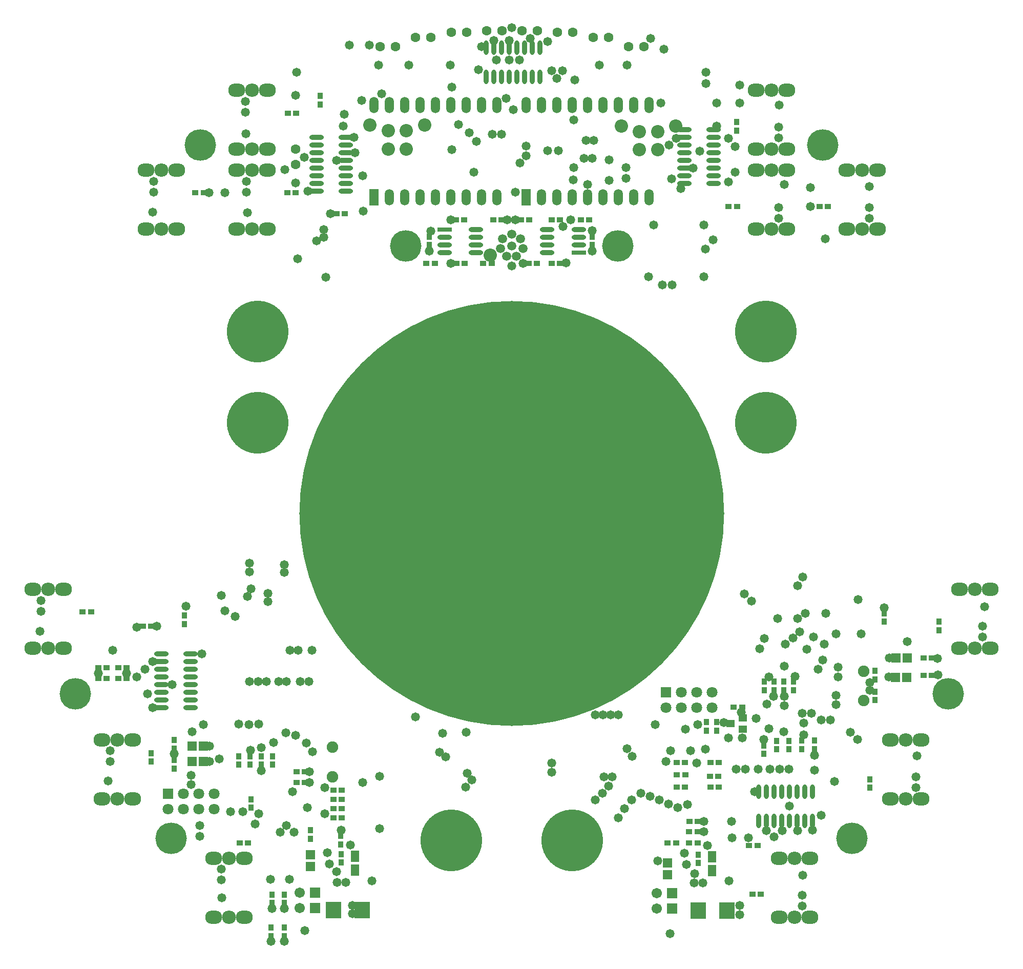
<source format=gts>
%FSAX25Y25*%
%MOIN*%
G70*
G01*
G75*
G04 Layer_Color=8388736*
%ADD10O,0.08661X0.02362*%
%ADD11R,0.03000X0.03543*%
%ADD12R,0.05118X0.05512*%
%ADD13R,0.05512X0.05118*%
%ADD14R,0.03543X0.03000*%
%ADD15R,0.05000X0.06693*%
%ADD16R,0.04921X0.03937*%
%ADD17R,0.08661X0.02362*%
%ADD18O,0.08661X0.02362*%
%ADD19O,0.02362X0.08661*%
%ADD20R,0.09449X0.09843*%
%ADD21C,0.01575*%
%ADD22C,0.01181*%
%ADD23C,0.00984*%
%ADD24C,0.01000*%
%ADD25C,0.03150*%
%ADD26C,0.03937*%
%ADD27C,0.02756*%
%ADD28C,0.02362*%
%ADD29C,0.00591*%
%ADD30C,0.05906*%
%ADD31R,0.05906X0.05906*%
%ADD32C,0.05118*%
%ADD33C,0.07874*%
%ADD34O,0.10236X0.07874*%
%ADD35O,0.08268X0.07874*%
%ADD36R,0.05118X0.09843*%
%ADD37O,0.05118X0.09843*%
%ADD38R,0.06299X0.06299*%
%ADD39C,0.06299*%
%ADD40C,2.75591*%
%ADD41C,0.39370*%
%ADD42C,0.19685*%
%ADD43C,0.05500*%
%ADD44C,0.06693*%
%ADD45C,0.05000*%
%ADD46C,0.01969*%
%ADD47R,0.09646X0.09843*%
%ADD48R,0.09843X0.09449*%
%ADD49R,0.02362X0.08661*%
%ADD50O,0.02362X0.08661*%
%ADD51R,0.20866X0.07087*%
%ADD52O,0.03937X0.01024*%
%ADD53O,0.01024X0.03937*%
%ADD54R,0.03937X0.01024*%
%ADD55R,0.03543X0.01575*%
%ADD56R,0.09449X0.12598*%
%ADD57R,0.06693X0.05000*%
%ADD58R,0.09843X0.14961*%
%ADD59R,0.01969X0.05512*%
%ADD60O,0.08661X0.01575*%
%ADD61R,0.08661X0.01575*%
%ADD62R,0.18110X0.09252*%
%ADD63O,0.01378X0.06299*%
%ADD64R,0.07087X0.07874*%
%ADD65R,0.03543X0.01575*%
%ADD66R,0.09843X0.09646*%
%ADD67R,0.03937X0.04921*%
%ADD68O,0.02165X0.07874*%
%ADD69R,0.15000X0.19685*%
%ADD70R,0.01575X0.03543*%
%ADD71R,0.06000X0.06299*%
%ADD72R,0.06299X0.06000*%
%ADD73C,0.00787*%
%ADD74C,0.00141*%
%ADD75C,0.01378*%
%ADD76C,0.01200*%
%ADD77O,0.09461X0.03162*%
%ADD78R,0.03800X0.04343*%
%ADD79R,0.05918X0.06312*%
%ADD80R,0.06312X0.05918*%
%ADD81R,0.04343X0.03800*%
%ADD82R,0.05800X0.07493*%
%ADD83R,0.05721X0.04737*%
%ADD84R,0.09461X0.03162*%
%ADD85O,0.09461X0.03162*%
%ADD86O,0.03162X0.09461*%
%ADD87R,0.10249X0.10642*%
%ADD88C,0.06706*%
%ADD89R,0.06706X0.06706*%
%ADD90C,0.05918*%
%ADD91C,0.08674*%
%ADD92O,0.11036X0.08674*%
%ADD93O,0.09068X0.08674*%
%ADD94R,0.05918X0.10642*%
%ADD95O,0.05918X0.10642*%
%ADD96R,0.07099X0.07099*%
%ADD97C,0.07099*%
%ADD98C,2.76391*%
%ADD99C,0.40170*%
%ADD100C,0.20485*%
%ADD101C,0.06300*%
%ADD102C,0.07493*%
%ADD103C,0.05800*%
D77*
X0659051Y0586000D02*
D03*
Y0581000D02*
D03*
Y0576000D02*
D03*
Y0571000D02*
D03*
Y0566000D02*
D03*
Y0561000D02*
D03*
Y0556000D02*
D03*
Y0551000D02*
D03*
X0677949Y0586000D02*
D03*
Y0581000D02*
D03*
Y0576000D02*
D03*
Y0571000D02*
D03*
Y0566000D02*
D03*
Y0561000D02*
D03*
Y0556000D02*
D03*
Y0551000D02*
D03*
X0999551Y0927000D02*
D03*
Y0922000D02*
D03*
Y0917000D02*
D03*
Y0912000D02*
D03*
Y0907000D02*
D03*
Y0902000D02*
D03*
Y0897000D02*
D03*
Y0892000D02*
D03*
X1018449Y0927000D02*
D03*
Y0922000D02*
D03*
Y0917000D02*
D03*
Y0912000D02*
D03*
Y0907000D02*
D03*
Y0902000D02*
D03*
Y0897000D02*
D03*
Y0892000D02*
D03*
X0778949Y0887000D02*
D03*
Y0892000D02*
D03*
Y0897000D02*
D03*
Y0902000D02*
D03*
Y0907000D02*
D03*
Y0912000D02*
D03*
Y0917000D02*
D03*
Y0922000D02*
D03*
X0760051Y0887000D02*
D03*
Y0892000D02*
D03*
Y0897000D02*
D03*
Y0902000D02*
D03*
Y0907000D02*
D03*
Y0912000D02*
D03*
Y0917000D02*
D03*
Y0922000D02*
D03*
D78*
X0667500Y0517000D02*
D03*
Y0511500D02*
D03*
Y0524500D02*
D03*
Y0530000D02*
D03*
X0775724Y0462155D02*
D03*
Y0467655D02*
D03*
X0775945Y0455764D02*
D03*
Y0450264D02*
D03*
X1008280Y0455535D02*
D03*
Y0450035D02*
D03*
X1123500Y0569512D02*
D03*
Y0575012D02*
D03*
Y0561500D02*
D03*
Y0556000D02*
D03*
X0939500Y0857500D02*
D03*
Y0852000D02*
D03*
X0674000Y0611000D02*
D03*
Y0605500D02*
D03*
X0833500Y0852000D02*
D03*
Y0857500D02*
D03*
X0652500Y0516000D02*
D03*
Y0521500D02*
D03*
X1120000Y0504500D02*
D03*
Y0499000D02*
D03*
X1165000Y0607000D02*
D03*
Y0601500D02*
D03*
X1033500Y0932000D02*
D03*
Y0926500D02*
D03*
X0755945Y0471276D02*
D03*
Y0465776D02*
D03*
X1084161Y0524130D02*
D03*
Y0529630D02*
D03*
X1075661Y0524130D02*
D03*
Y0529630D02*
D03*
X1020261Y0541650D02*
D03*
Y0536150D02*
D03*
X1067500Y0529500D02*
D03*
Y0524000D02*
D03*
X1059500D02*
D03*
Y0529500D02*
D03*
X0730500Y0402500D02*
D03*
Y0408000D02*
D03*
X0739000Y0402500D02*
D03*
Y0408000D02*
D03*
Y0429500D02*
D03*
Y0424000D02*
D03*
X0731000D02*
D03*
Y0429500D02*
D03*
X0762500Y0949000D02*
D03*
Y0943500D02*
D03*
X1129500Y0607000D02*
D03*
Y0612500D02*
D03*
X1013761Y0541650D02*
D03*
Y0536150D02*
D03*
X1070500Y0568000D02*
D03*
Y0562500D02*
D03*
X1064167Y0568000D02*
D03*
Y0562500D02*
D03*
X1057833Y0568000D02*
D03*
Y0562500D02*
D03*
X1051500Y0568000D02*
D03*
Y0562500D02*
D03*
X0731500Y0519500D02*
D03*
Y0514000D02*
D03*
X0724167Y0519500D02*
D03*
Y0514000D02*
D03*
X0716833Y0519500D02*
D03*
Y0514000D02*
D03*
X0709500Y0519500D02*
D03*
Y0514000D02*
D03*
X0717500Y0491500D02*
D03*
Y0486000D02*
D03*
X1051000Y0521000D02*
D03*
Y0526500D02*
D03*
D79*
X0686480Y0516000D02*
D03*
X0679000D02*
D03*
X0686480Y0526000D02*
D03*
X0679000D02*
D03*
X1137020Y0583382D02*
D03*
X1144500D02*
D03*
X1136770Y0570632D02*
D03*
X1144250D02*
D03*
D80*
X0755945Y0447795D02*
D03*
Y0455276D02*
D03*
X0988280Y0442567D02*
D03*
Y0450047D02*
D03*
D81*
X0747000Y0502500D02*
D03*
X0752500D02*
D03*
X0747000Y0509500D02*
D03*
X0752500D02*
D03*
X0771000Y0479500D02*
D03*
X0776500D02*
D03*
X0771000Y0485500D02*
D03*
X0776500D02*
D03*
X0771000Y0491500D02*
D03*
X0776500D02*
D03*
X0771000Y0497500D02*
D03*
X0776500D02*
D03*
X1008000Y0463000D02*
D03*
X1002500D02*
D03*
Y0470500D02*
D03*
X1008000D02*
D03*
X1002604Y0477177D02*
D03*
X1008104D02*
D03*
X1021780Y0515279D02*
D03*
X1016280D02*
D03*
X0994500Y0507500D02*
D03*
X1000000D02*
D03*
X1021780Y0499279D02*
D03*
X1016280D02*
D03*
X0999799Y0499433D02*
D03*
X0994299D02*
D03*
X0999799Y0515433D02*
D03*
X0994299D02*
D03*
X0932000Y0868500D02*
D03*
X0937500D02*
D03*
X0913000D02*
D03*
X0918500D02*
D03*
X0898500D02*
D03*
X0893000D02*
D03*
X0880500D02*
D03*
X0875000D02*
D03*
X0837000Y0840000D02*
D03*
X0831500D02*
D03*
X0856250Y0868500D02*
D03*
X0850750D02*
D03*
X0898012Y0840000D02*
D03*
X0903512D02*
D03*
X1047000Y0461500D02*
D03*
X1041500D02*
D03*
X0636500Y0577000D02*
D03*
X0631000D02*
D03*
X0618000D02*
D03*
X0623500D02*
D03*
X0631000Y0570000D02*
D03*
X0636500D02*
D03*
X0623500D02*
D03*
X0618000D02*
D03*
X0773000Y0872500D02*
D03*
X0778500D02*
D03*
X0746500Y0886000D02*
D03*
X0741000D02*
D03*
X0856500Y0840000D02*
D03*
X0851000D02*
D03*
X0913000D02*
D03*
X0918500D02*
D03*
X0607782Y0613341D02*
D03*
X0613281D02*
D03*
X0715500Y0463000D02*
D03*
X0710000D02*
D03*
X1049140Y0429661D02*
D03*
X1043640D02*
D03*
X1092910Y0876974D02*
D03*
X1087409D02*
D03*
X1033721Y0876972D02*
D03*
X1028221D02*
D03*
X0741282Y0937839D02*
D03*
X0746781D02*
D03*
X0681090Y0886026D02*
D03*
X0686590D02*
D03*
X0994000Y0463000D02*
D03*
X0988500D02*
D03*
X1021500Y0506500D02*
D03*
X1016000D02*
D03*
X1160500Y0572000D02*
D03*
X1155000D02*
D03*
X1160500Y0583500D02*
D03*
X1155000D02*
D03*
X0647000Y0604000D02*
D03*
X0652500D02*
D03*
X1037000Y0551500D02*
D03*
X1031500D02*
D03*
X0868500Y0840000D02*
D03*
X0874000D02*
D03*
D82*
X1017280Y0454047D02*
D03*
Y0445047D02*
D03*
X0784945Y0454276D02*
D03*
Y0445276D02*
D03*
D83*
X1037500Y0537000D02*
D03*
Y0544500D02*
D03*
X1029500Y0540800D02*
D03*
D84*
X0930701Y0847008D02*
D03*
X0843299Y0862008D02*
D03*
D85*
X0910228D02*
D03*
Y0857008D02*
D03*
Y0852008D02*
D03*
Y0847008D02*
D03*
X0930701Y0862008D02*
D03*
Y0857008D02*
D03*
Y0852008D02*
D03*
X0863772Y0847008D02*
D03*
Y0852008D02*
D03*
Y0857008D02*
D03*
Y0862008D02*
D03*
X0843299Y0847008D02*
D03*
Y0852008D02*
D03*
Y0857008D02*
D03*
D86*
X0870500Y0961551D02*
D03*
X0875500D02*
D03*
X0880500D02*
D03*
X0885500D02*
D03*
X0890500D02*
D03*
X0895500D02*
D03*
X0900500D02*
D03*
X0905500D02*
D03*
X0870500Y0980449D02*
D03*
X0875500D02*
D03*
X0880500D02*
D03*
X0885500D02*
D03*
X0890500D02*
D03*
X0895500D02*
D03*
X0900500D02*
D03*
X0905500D02*
D03*
X1047858Y0477583D02*
D03*
X1052858D02*
D03*
X1057858D02*
D03*
X1062858D02*
D03*
X1067858D02*
D03*
X1072858D02*
D03*
X1077858D02*
D03*
X1082858D02*
D03*
X1047858Y0496480D02*
D03*
X1052858D02*
D03*
X1057858D02*
D03*
X1062858D02*
D03*
X1067858D02*
D03*
X1072858D02*
D03*
X1077858D02*
D03*
X1082858D02*
D03*
D87*
X1008390Y0419047D02*
D03*
X1027169D02*
D03*
X0771055Y0419276D02*
D03*
X0789835D02*
D03*
D88*
X0748945Y0420776D02*
D03*
Y0430776D02*
D03*
X0981279Y0430547D02*
D03*
Y0420547D02*
D03*
D89*
X0758945Y0420776D02*
D03*
Y0430776D02*
D03*
X0991280Y0430547D02*
D03*
Y0420547D02*
D03*
D90*
X0887000Y0851476D02*
D03*
X0892846Y0856142D02*
D03*
X0894291Y0849811D02*
D03*
X0890244Y0844736D02*
D03*
X0883756D02*
D03*
X0879709Y0849811D02*
D03*
X0881153Y0856142D02*
D03*
X0887000Y0858957D02*
D03*
D91*
X0970189Y0914000D02*
D03*
Y0925811D02*
D03*
X0993811Y0929512D02*
D03*
X0958378D02*
D03*
X0982000Y0925811D02*
D03*
Y0914000D02*
D03*
X0818500Y0914500D02*
D03*
Y0926311D02*
D03*
X0794878Y0930012D02*
D03*
X0830311D02*
D03*
X0806689Y0926311D02*
D03*
Y0914500D02*
D03*
X0873000Y0845500D02*
D03*
D92*
X0575461Y0628094D02*
D03*
X0595539D02*
D03*
X0575461Y0589906D02*
D03*
X0595539D02*
D03*
X0620461Y0530094D02*
D03*
X0640539D02*
D03*
X0620461Y0491905D02*
D03*
X0640539D02*
D03*
X0692961Y0453094D02*
D03*
X0713039D02*
D03*
X0692961Y0414906D02*
D03*
X0713039D02*
D03*
X1081039D02*
D03*
X1060961D02*
D03*
X1081039Y0453094D02*
D03*
X1060961D02*
D03*
X1198539Y0589906D02*
D03*
X1178461D02*
D03*
X1198539Y0628094D02*
D03*
X1178461D02*
D03*
X1125039Y0862405D02*
D03*
X1104961D02*
D03*
X1125039Y0900595D02*
D03*
X1104961D02*
D03*
X1066039Y0862405D02*
D03*
X1045961D02*
D03*
X1066039Y0900595D02*
D03*
X1045961D02*
D03*
X1066039Y0914406D02*
D03*
X1045961D02*
D03*
X1066039Y0952594D02*
D03*
X1045961D02*
D03*
X0707961D02*
D03*
X0728039D02*
D03*
X0707961Y0914406D02*
D03*
X0728039D02*
D03*
X0707961Y0900595D02*
D03*
X0728039D02*
D03*
X0707961Y0862405D02*
D03*
X0728039D02*
D03*
X0648961Y0900595D02*
D03*
X0669039D02*
D03*
X0648961Y0862405D02*
D03*
X0669039D02*
D03*
X1153539Y0491905D02*
D03*
X1133461D02*
D03*
X1153539Y0530094D02*
D03*
X1133461D02*
D03*
D93*
X0585500Y0628094D02*
D03*
Y0589906D02*
D03*
X0630500Y0530094D02*
D03*
Y0491905D02*
D03*
X0703000Y0453094D02*
D03*
Y0414906D02*
D03*
X1071000D02*
D03*
Y0453094D02*
D03*
X1188500Y0589906D02*
D03*
Y0628094D02*
D03*
X1115000Y0862405D02*
D03*
Y0900595D02*
D03*
X1056000Y0862405D02*
D03*
Y0900595D02*
D03*
Y0914406D02*
D03*
Y0952594D02*
D03*
X0718000D02*
D03*
Y0914406D02*
D03*
Y0900595D02*
D03*
Y0862405D02*
D03*
X0659000Y0900595D02*
D03*
Y0862405D02*
D03*
X1143500Y0491905D02*
D03*
Y0530094D02*
D03*
D94*
X0896500Y0883000D02*
D03*
X0797500D02*
D03*
D95*
X0906500D02*
D03*
X0916500D02*
D03*
X0926500D02*
D03*
X0936500D02*
D03*
X0946500D02*
D03*
X0956500D02*
D03*
X0966500D02*
D03*
X0976500D02*
D03*
X0896500Y0943000D02*
D03*
X0906500D02*
D03*
X0916500D02*
D03*
X0926500D02*
D03*
X0936500D02*
D03*
X0946500D02*
D03*
X0956500D02*
D03*
X0966500D02*
D03*
X0976500D02*
D03*
X0877500D02*
D03*
X0867500D02*
D03*
X0857500D02*
D03*
X0847500D02*
D03*
X0837500D02*
D03*
X0827500D02*
D03*
X0817500D02*
D03*
X0807500D02*
D03*
X0797500D02*
D03*
X0877500Y0883000D02*
D03*
X0867500D02*
D03*
X0857500D02*
D03*
X0847500D02*
D03*
X0837500D02*
D03*
X0827500D02*
D03*
X0817500D02*
D03*
X0807500D02*
D03*
D96*
X0663500Y0495000D02*
D03*
X0987500Y0561000D02*
D03*
D97*
X0663500Y0485000D02*
D03*
X0673500Y0495000D02*
D03*
Y0485000D02*
D03*
X0683500Y0495000D02*
D03*
Y0485000D02*
D03*
X0693500Y0495000D02*
D03*
Y0485000D02*
D03*
X0987500Y0551000D02*
D03*
X0997500Y0561000D02*
D03*
Y0551000D02*
D03*
X1007500Y0561000D02*
D03*
Y0551000D02*
D03*
X1017500Y0561000D02*
D03*
Y0551000D02*
D03*
D98*
X0887000Y0677500D02*
D03*
D99*
X0847630Y0464902D02*
D03*
X0926370D02*
D03*
X1052354Y0795610D02*
D03*
Y0736555D02*
D03*
X0721646D02*
D03*
Y0795610D02*
D03*
D100*
X0956055Y0851476D02*
D03*
X0817945D02*
D03*
X1089500Y0917000D02*
D03*
X0684500D02*
D03*
X1171000Y0560000D02*
D03*
X0603000D02*
D03*
X1108500Y0466063D02*
D03*
X0665500D02*
D03*
D101*
X0963000Y0981000D02*
D03*
X0973000D02*
D03*
X0824571Y0987000D02*
D03*
X0834571D02*
D03*
X0847643Y0990500D02*
D03*
X0857643D02*
D03*
X0870714Y0991500D02*
D03*
X0880714D02*
D03*
X0893786D02*
D03*
X0903786D02*
D03*
X0916857Y0990500D02*
D03*
X0926857D02*
D03*
X0939929Y0987000D02*
D03*
X0949928D02*
D03*
X0801500Y0981000D02*
D03*
X0811500D02*
D03*
X0746500Y0914500D02*
D03*
Y0904500D02*
D03*
D102*
X1116000Y0574858D02*
D03*
Y0555646D02*
D03*
X0770500Y0525358D02*
D03*
Y0506146D02*
D03*
D103*
X0769000Y0872500D02*
D03*
X0764850Y0862226D02*
D03*
Y0857110D02*
D03*
X0760028Y0854807D02*
D03*
X1057500Y0558500D02*
D03*
X1033000Y0511000D02*
D03*
X0776000Y0471500D02*
D03*
X1132598Y0583382D02*
D03*
X1132500Y0571000D02*
D03*
X1071500Y0571500D02*
D03*
X1120000Y0562500D02*
D03*
X1164500Y0572500D02*
D03*
X0991500Y0826000D02*
D03*
X1013000Y0849500D02*
D03*
X0976000Y0831500D02*
D03*
X0961500Y0902500D02*
D03*
Y0895500D02*
D03*
X0880500Y0924000D02*
D03*
X0920500Y0864000D02*
D03*
X0862500Y0899500D02*
D03*
X0874500Y0924000D02*
D03*
X0859439Y0924939D02*
D03*
X0848000Y0914000D02*
D03*
X0766000Y0831000D02*
D03*
X1120000Y0567500D02*
D03*
X1036500Y0548000D02*
D03*
X1025000Y0541500D02*
D03*
X0982000Y0451500D02*
D03*
X1028500Y0438500D02*
D03*
X0796000D02*
D03*
X0765500Y0499000D02*
D03*
X0913000Y0515000D02*
D03*
Y0509000D02*
D03*
X0722500Y0540500D02*
D03*
X0716000Y0540250D02*
D03*
X0801000Y0506500D02*
D03*
X0965500Y0519500D02*
D03*
X0732081Y0528500D02*
D03*
X0740213Y0534787D02*
D03*
X0962000Y0524500D02*
D03*
X1030000Y0477000D02*
D03*
X0946000Y0495500D02*
D03*
X0950000Y0500000D02*
D03*
X0941500Y0491000D02*
D03*
X0801000Y0472500D02*
D03*
X0842000Y0534500D02*
D03*
X0980500Y0540000D02*
D03*
X0941500Y0546500D02*
D03*
X0946500D02*
D03*
X0951500D02*
D03*
X0824500Y0545000D02*
D03*
X0844000Y0519000D02*
D03*
X0840000Y0522102D02*
D03*
X1035500Y0416500D02*
D03*
Y0422500D02*
D03*
X0783500Y0417000D02*
D03*
Y0422500D02*
D03*
X0952500Y0506000D02*
D03*
X0947000D02*
D03*
X0857000Y0499500D02*
D03*
X0861000Y0504000D02*
D03*
X0858000Y0508500D02*
D03*
X0757000Y0588500D02*
D03*
X0748000D02*
D03*
X0742752D02*
D03*
X0715000Y0623500D02*
D03*
X0728500Y0620000D02*
D03*
Y0625500D02*
D03*
X0717500Y0628500D02*
D03*
X0716500Y0639500D02*
D03*
Y0645000D02*
D03*
X0985000Y0826000D02*
D03*
X1018000Y0855500D02*
D03*
X0956500Y0546500D02*
D03*
X0790500Y0874000D02*
D03*
X0752000Y0909000D02*
D03*
X1051000Y0530500D02*
D03*
X0720000Y0475500D02*
D03*
X0722500Y0482000D02*
D03*
X1097000Y0503000D02*
D03*
X1084000Y0510500D02*
D03*
X1028000Y0531500D02*
D03*
X1164000Y0583000D02*
D03*
X0785000Y0912000D02*
D03*
X0675000Y0617000D02*
D03*
X0746500Y0892500D02*
D03*
X0739500Y0901000D02*
D03*
X1089500Y0582000D02*
D03*
X0730000Y0439500D02*
D03*
X0742500D02*
D03*
X0712000Y0483500D02*
D03*
X0704000D02*
D03*
X0755500Y0502500D02*
D03*
Y0509500D02*
D03*
X0739000Y0399000D02*
D03*
X0730500D02*
D03*
X0731000Y0420500D02*
D03*
X0739000D02*
D03*
X0745500Y0470000D02*
D03*
X0754000Y0486000D02*
D03*
X0744500Y0496500D02*
D03*
X1076500Y0636000D02*
D03*
X1073000Y0630500D02*
D03*
X0707000Y0610500D02*
D03*
X0789500Y0946000D02*
D03*
X0700500Y0614000D02*
D03*
X0727500Y0568000D02*
D03*
X0685500Y0586000D02*
D03*
X0794500Y0982000D02*
D03*
X0984000Y0944500D02*
D03*
X0989500Y0917000D02*
D03*
X1012000Y0831500D02*
D03*
X0847500Y0868500D02*
D03*
X0922500Y0840500D02*
D03*
X0887000Y0838500D02*
D03*
X0747626Y0843193D02*
D03*
X0698000Y0624000D02*
D03*
X0925500Y0868500D02*
D03*
X1012000Y0865000D02*
D03*
X0979500D02*
D03*
X0857500Y0535000D02*
D03*
X1030500Y0466500D02*
D03*
X0956500Y0479500D02*
D03*
X1077000Y0533500D02*
D03*
X0960500Y0485500D02*
D03*
X1047500Y0511000D02*
D03*
X1039000D02*
D03*
X1098000Y0599000D02*
D03*
X1048500Y0589500D02*
D03*
X1086500Y0576000D02*
D03*
X1076000Y0547500D02*
D03*
X0709500Y0540500D02*
D03*
X0790000Y0502500D02*
D03*
X0724000Y0510000D02*
D03*
X0765500Y0482000D02*
D03*
X0724000Y0525000D02*
D03*
X0717000Y0523500D02*
D03*
X0678500Y0507000D02*
D03*
X0740500Y0474500D02*
D03*
X0757500Y0522500D02*
D03*
X0678500Y0501000D02*
D03*
X0736500Y0470000D02*
D03*
X0753500Y0528000D02*
D03*
X1144264Y0594000D02*
D03*
X0773043Y0907000D02*
D03*
X0778000Y0937000D02*
D03*
X0746500Y0949500D02*
D03*
X0747000Y0964500D02*
D03*
X0777500Y0929500D02*
D03*
X0913000Y0965500D02*
D03*
X0899000Y0986500D02*
D03*
X0877000Y0972500D02*
D03*
X0867331Y0981000D02*
D03*
X0962000Y0969000D02*
D03*
X0800500D02*
D03*
X0715000Y0873000D02*
D03*
X0781500Y0982000D02*
D03*
X0991000Y0895000D02*
D03*
X0986000Y0979500D02*
D03*
X0977500Y0986500D02*
D03*
X1067858Y0487032D02*
D03*
X0990000Y0404000D02*
D03*
X1011279Y0437047D02*
D03*
X1005779D02*
D03*
X1006000Y0443000D02*
D03*
X0999279Y0456547D02*
D03*
X1000780Y0449047D02*
D03*
X0950500Y0907500D02*
D03*
X0939500Y0908500D02*
D03*
X0934000D02*
D03*
X1112500Y0621500D02*
D03*
X1129500Y0616000D02*
D03*
X0653500Y0581000D02*
D03*
X0666000Y0566000D02*
D03*
X0653500Y0551000D02*
D03*
X0627500Y0588500D02*
D03*
X0656000Y0604000D02*
D03*
X0643000Y0603500D02*
D03*
X0927000Y0894500D02*
D03*
X0892500Y0905500D02*
D03*
X0927500Y0902500D02*
D03*
Y0933500D02*
D03*
X0917500Y0913500D02*
D03*
X0936500Y0891500D02*
D03*
X0864000Y0919500D02*
D03*
X0896500Y0910000D02*
D03*
Y0916500D02*
D03*
X0910500Y0913500D02*
D03*
X0888000Y0940000D02*
D03*
X1054297Y0571142D02*
D03*
X1064500Y0558500D02*
D03*
Y0578174D02*
D03*
X0781949Y0461772D02*
D03*
X0768445Y0449276D02*
D03*
X0773445Y0437276D02*
D03*
X0778945D02*
D03*
X0766945Y0456776D02*
D03*
X0752500Y0406000D02*
D03*
X0772945Y0444276D02*
D03*
X1051500Y0596000D02*
D03*
X1053000Y0553500D02*
D03*
X1054500Y0537500D02*
D03*
X1098000Y0553000D02*
D03*
X1099500Y0571000D02*
D03*
Y0577500D02*
D03*
X0714282Y0893339D02*
D03*
Y0886339D02*
D03*
X1090500Y0592500D02*
D03*
X1074500Y0600500D02*
D03*
X0852500Y0930500D02*
D03*
X1119909Y0876474D02*
D03*
Y0869474D02*
D03*
X1119639Y0890179D02*
D03*
X0580782Y0620841D02*
D03*
Y0613841D02*
D03*
X0580006Y0600778D02*
D03*
X0625591Y0523026D02*
D03*
Y0516026D02*
D03*
X0624257Y0503393D02*
D03*
X0698091Y0446026D02*
D03*
Y0439026D02*
D03*
X0698500Y0427500D02*
D03*
X1076140Y0429161D02*
D03*
Y0422161D02*
D03*
X1076494Y0442222D02*
D03*
X1150140Y0499161D02*
D03*
Y0506161D02*
D03*
X1150668Y0519780D02*
D03*
X1193410Y0603974D02*
D03*
Y0596974D02*
D03*
X1194743Y0616607D02*
D03*
X1060721Y0876472D02*
D03*
Y0869472D02*
D03*
X1064436Y0891378D02*
D03*
X1060640Y0928661D02*
D03*
Y0921661D02*
D03*
X1061000Y0943000D02*
D03*
X0713781Y0938339D02*
D03*
Y0945339D02*
D03*
X0714216Y0924365D02*
D03*
X0654090Y0893526D02*
D03*
Y0886526D02*
D03*
X0653506Y0873278D02*
D03*
X0889500Y0886500D02*
D03*
X0883500Y0947500D02*
D03*
X0935500Y0920000D02*
D03*
X0940500D02*
D03*
X0950500Y0894000D02*
D03*
X0847500Y0840000D02*
D03*
X0884000Y0868500D02*
D03*
X0894500Y0840000D02*
D03*
X0889500Y0868500D02*
D03*
X1064000Y0535500D02*
D03*
X0944000Y0969000D02*
D03*
X0865500Y0966000D02*
D03*
X0847000Y0969000D02*
D03*
X0820000D02*
D03*
X0690000Y0886000D02*
D03*
X0700500D02*
D03*
X1035500Y0944500D02*
D03*
Y0956000D02*
D03*
X1081500Y0889500D02*
D03*
Y0877000D02*
D03*
X1091000Y0856000D02*
D03*
X1032500Y0916000D02*
D03*
X1028000Y0921500D02*
D03*
Y0893000D02*
D03*
X1032500Y0899500D02*
D03*
X1082858Y0471531D02*
D03*
X0754500Y0887000D02*
D03*
X0784264Y0922000D02*
D03*
X1052858Y0471032D02*
D03*
X0994000Y0921500D02*
D03*
X1073000Y0471000D02*
D03*
X0892000Y0972500D02*
D03*
X1005000Y0902000D02*
D03*
X1045000Y0496500D02*
D03*
X1088500Y0481000D02*
D03*
X0885500Y0972500D02*
D03*
X0875500Y0985000D02*
D03*
X0887000Y0993500D02*
D03*
X1063000Y0471000D02*
D03*
X1112000Y0530500D02*
D03*
X0643000Y0571000D02*
D03*
X1057858Y0467142D02*
D03*
X1107500Y0535000D02*
D03*
X0648500Y0576000D02*
D03*
X0636500Y0573500D02*
D03*
X0618000D02*
D03*
X0920000Y0965500D02*
D03*
X1020500Y0944500D02*
D03*
X1013500Y0957000D02*
D03*
Y0964500D02*
D03*
X1020500Y0929500D02*
D03*
X0739000Y0644000D02*
D03*
Y0639000D02*
D03*
X0722000Y0568000D02*
D03*
X0716500D02*
D03*
X0790000Y0897000D02*
D03*
X1009500Y0913000D02*
D03*
X0997000Y0888831D02*
D03*
X0885500Y0985000D02*
D03*
X0910500Y0984500D02*
D03*
X0916500Y0960500D02*
D03*
X0848000Y0954634D02*
D03*
X0928000Y0959500D02*
D03*
X0802500Y0950500D02*
D03*
X1098000Y0559000D02*
D03*
X0735500Y0568000D02*
D03*
X0740500D02*
D03*
X0749500D02*
D03*
X0755000D02*
D03*
X0746500Y0533000D02*
D03*
X0679000Y0535500D02*
D03*
X0686500Y0540000D02*
D03*
X1070000Y0596500D02*
D03*
X1073000Y0609000D02*
D03*
X1078000Y0612500D02*
D03*
X1091500D02*
D03*
X0650000Y0560000D02*
D03*
X1041000Y0466500D02*
D03*
X1088500Y0543000D02*
D03*
X1094500D02*
D03*
X1082000Y0547500D02*
D03*
X1055000Y0511000D02*
D03*
X0684000Y0474500D02*
D03*
Y0467500D02*
D03*
X0696590Y0517590D02*
D03*
X0690500Y0526000D02*
D03*
Y0516000D02*
D03*
X0667500Y0521000D02*
D03*
X0999986Y0537026D02*
D03*
X1083500Y0597000D02*
D03*
X1079000Y0589000D02*
D03*
X1065000Y0592500D02*
D03*
X1060000Y0609000D02*
D03*
X1043000Y0620500D02*
D03*
X1038500Y0625000D02*
D03*
X1046000Y0544000D02*
D03*
X1037000Y0531500D02*
D03*
X1008000Y0540000D02*
D03*
X1084000Y0520000D02*
D03*
X1077000Y0541000D02*
D03*
X1114500Y0599000D02*
D03*
X1067500Y0511000D02*
D03*
X1061500D02*
D03*
X1014283Y0461543D02*
D03*
X0989000Y0488500D02*
D03*
X0995000Y0486000D02*
D03*
X1012000Y0470500D02*
D03*
X0965000Y0491000D02*
D03*
X0971000Y0495500D02*
D03*
X0977000Y0493500D02*
D03*
X1012000Y0477000D02*
D03*
X1001500Y0488000D02*
D03*
X0983000Y0491000D02*
D03*
X0990500Y0523000D02*
D03*
X1003500D02*
D03*
X0987500Y0516000D02*
D03*
X1013000Y0524000D02*
D03*
X1007500Y0514964D02*
D03*
X1064475Y0552525D02*
D03*
X0939500Y0861500D02*
D03*
Y0848000D02*
D03*
X0833500D02*
D03*
X0834500Y0861000D02*
D03*
M02*

</source>
